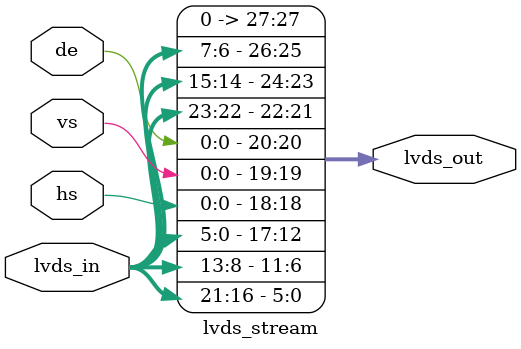
<source format=v>
module lvds_stream(
   input wire vs,
	input wire hs,
	input wire de,
	input	wire [23:0]		lvds_in,
	output wire [27:0]		lvds_out);
	
//	wire [27:0] lvds_out;
//	wire [23:0] lvds_in;

/*	
	assign lvds_out[27:0] = {lvds_in[22], lvds_in[23], lvds_in[14], lvds_in[15], lvds_in[6],lvds_in[7], 1'b0, 
							lvds_in[2], lvds_in[3], lvds_in[4], lvds_in[5], hs, vs, de,
							lvds_in[9],lvds_in[10],lvds_in[11],lvds_in[12],lvds_in[13], lvds_in[0],lvds_in[1],
							lvds_in[16],lvds_in[17],lvds_in[18],lvds_in[19],lvds_in[20],lvds_in[21], lvds_in[8]};

	assign lvds_out[27:0] = {
							lvds_in[16],lvds_in[17],lvds_in[18],lvds_in[19],lvds_in[20],lvds_in[21], lvds_in[8],
							lvds_in[9],lvds_in[10],lvds_in[11],lvds_in[12],lvds_in[13], lvds_in[0],lvds_in[1],
							lvds_in[2], lvds_in[3], lvds_in[4], lvds_in[5], hs, vs, de,
							lvds_in[22], lvds_in[23], lvds_in[14], lvds_in[15], lvds_in[6],lvds_in[7], 1'b0 
							};					
		

	assign lvds_out[27:0] = { 1'b0,lvds_in[7],lvds_in[6],lvds_in[15],lvds_in[14], lvds_in[23],lvds_in[22] ,   
							de,vs,hs,lvds_in[5],lvds_in[4],lvds_in[3],lvds_in[2],      
							lvds_in[1],lvds_in[0],lvds_in[13],lvds_in[12],lvds_in[11],lvds_in[10],lvds_in[9], 
							lvds_in[8],lvds_in[21],lvds_in[20],lvds_in[19],lvds_in[18],lvds_in[17],lvds_in[16]};

	assign lvds_out[27:0] = { 
							lvds_in[8],lvds_in[21],lvds_in[20],lvds_in[19],lvds_in[18],lvds_in[17],lvds_in[16],
							lvds_in[1],lvds_in[0],lvds_in[13],lvds_in[12],lvds_in[11],lvds_in[10],lvds_in[9],
							de,vs,hs,lvds_in[5],lvds_in[4],lvds_in[3],lvds_in[2],    
							1'b0,lvds_in[7],lvds_in[6],lvds_in[15],lvds_in[14], lvds_in[23],lvds_in[22] 
						  
	assign lvds_out[27:0] = { lvds_in[23],lvds_in[22] ,1'b0,lvds_in[7],lvds_in[6],lvds_in[15],lvds_in[14],    
							lvds_in[3],lvds_in[2],de,vs,hs,lvds_in[5],lvds_in[4],      
							lvds_in[10],lvds_in[9],lvds_in[1],lvds_in[0],lvds_in[13],lvds_in[12],lvds_in[11], 
							lvds_in[17],lvds_in[16],lvds_in[8],lvds_in[21],lvds_in[20],lvds_in[19],lvds_in[18]};							 
*/
	assign lvds_out[27:0] = { 1'b0,lvds_in[7],lvds_in[6],lvds_in[15],lvds_in[14],lvds_in[23],lvds_in[22] ,    
							de,vs,hs,lvds_in[5],lvds_in[4], lvds_in[3],lvds_in[2],     
							lvds_in[1],lvds_in[0],lvds_in[13],lvds_in[12],lvds_in[11], lvds_in[10],lvds_in[9],
							lvds_in[8],lvds_in[21],lvds_in[20],lvds_in[19],lvds_in[18],lvds_in[17],lvds_in[16]};					
			
	
	/*				
		assign lvds_out[27:0] = { 7'b0 ,   
							2'b0, 1'b1,4'b0,      
							7'b0, 
							7'b0};					
		*/	
endmodule

</source>
